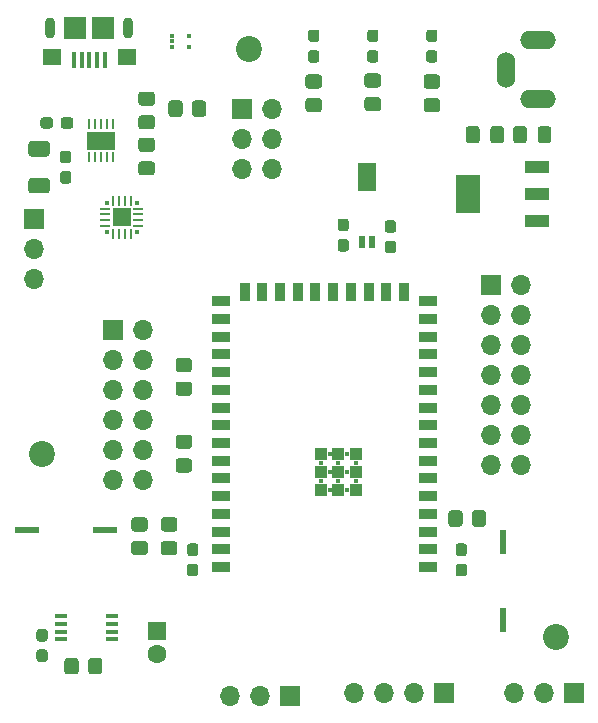
<source format=gts>
G04 #@! TF.GenerationSoftware,KiCad,Pcbnew,(5.1.10)-1*
G04 #@! TF.CreationDate,2022-03-14T11:30:17-04:00*
G04 #@! TF.ProjectId,overhead,6f766572-6865-4616-942e-6b696361645f,rev?*
G04 #@! TF.SameCoordinates,Original*
G04 #@! TF.FileFunction,Soldermask,Top*
G04 #@! TF.FilePolarity,Negative*
%FSLAX46Y46*%
G04 Gerber Fmt 4.6, Leading zero omitted, Abs format (unit mm)*
G04 Created by KiCad (PCBNEW (5.1.10)-1) date 2022-03-14 11:30:17*
%MOMM*%
%LPD*%
G01*
G04 APERTURE LIST*
%ADD10C,2.200000*%
%ADD11O,0.900000X1.800000*%
%ADD12R,1.900000X1.900000*%
%ADD13R,1.600000X1.400000*%
%ADD14R,0.400000X1.350000*%
%ADD15R,0.450000X0.300000*%
%ADD16R,1.500000X2.400000*%
%ADD17R,0.600000X1.100000*%
%ADD18R,1.100000X0.400000*%
%ADD19R,2.150000X3.250000*%
%ADD20R,2.150000X1.000000*%
%ADD21C,1.600000*%
%ADD22R,1.600000X1.600000*%
%ADD23R,2.389200X1.601800*%
%ADD24R,0.254000X0.863600*%
%ADD25R,2.108200X0.558800*%
%ADD26R,0.558800X2.108200*%
%ADD27C,0.400000*%
%ADD28R,1.000000X1.000000*%
%ADD29R,0.900000X1.500000*%
%ADD30R,1.500000X0.900000*%
%ADD31R,1.501800X1.501800*%
%ADD32R,0.812800X0.254000*%
%ADD33R,0.355600X0.355600*%
%ADD34R,0.254000X0.812800*%
%ADD35O,1.700000X1.700000*%
%ADD36R,1.700000X1.700000*%
%ADD37O,1.524000X3.048000*%
%ADD38O,3.048000X1.524000*%
G04 APERTURE END LIST*
D10*
X75500000Y-53250000D03*
X58000000Y-87500000D03*
X101500000Y-103000000D03*
D11*
X58700000Y-51500000D03*
X65300000Y-51500000D03*
D12*
X60800000Y-51500000D03*
X63200000Y-51500000D03*
D13*
X58800000Y-53950000D03*
X65200000Y-53950000D03*
D14*
X60700000Y-54175000D03*
X61350000Y-54175000D03*
X62000000Y-54175000D03*
X62650000Y-54175000D03*
X63300000Y-54175000D03*
D15*
X70400000Y-53100000D03*
X69000000Y-52600000D03*
X70400000Y-52100000D03*
X69000000Y-53100000D03*
X69000000Y-52100000D03*
D16*
X85500000Y-64050000D03*
D17*
X85950000Y-69600000D03*
X85050000Y-69600000D03*
D18*
X63900000Y-101275000D03*
X63900000Y-101925000D03*
X63900000Y-102575000D03*
X63900000Y-103225000D03*
X59600000Y-103225000D03*
X59600000Y-102575000D03*
X59600000Y-101925000D03*
X59600000Y-101275000D03*
D19*
X94100000Y-65500000D03*
D20*
X99900000Y-63200000D03*
X99900000Y-65500000D03*
X99900000Y-67800000D03*
G36*
G01*
X61100000Y-105049999D02*
X61100000Y-105950001D01*
G75*
G02*
X60850001Y-106200000I-249999J0D01*
G01*
X60149999Y-106200000D01*
G75*
G02*
X59900000Y-105950001I0J249999D01*
G01*
X59900000Y-105049999D01*
G75*
G02*
X60149999Y-104800000I249999J0D01*
G01*
X60850001Y-104800000D01*
G75*
G02*
X61100000Y-105049999I0J-249999D01*
G01*
G37*
G36*
G01*
X63100000Y-105049999D02*
X63100000Y-105950001D01*
G75*
G02*
X62850001Y-106200000I-249999J0D01*
G01*
X62149999Y-106200000D01*
G75*
G02*
X61900000Y-105950001I0J249999D01*
G01*
X61900000Y-105049999D01*
G75*
G02*
X62149999Y-104800000I249999J0D01*
G01*
X62850001Y-104800000D01*
G75*
G02*
X63100000Y-105049999I0J-249999D01*
G01*
G37*
D21*
X67750000Y-104500000D03*
D22*
X67750000Y-102500000D03*
G36*
G01*
X57099999Y-64150000D02*
X58400001Y-64150000D01*
G75*
G02*
X58650000Y-64399999I0J-249999D01*
G01*
X58650000Y-65225001D01*
G75*
G02*
X58400001Y-65475000I-249999J0D01*
G01*
X57099999Y-65475000D01*
G75*
G02*
X56850000Y-65225001I0J249999D01*
G01*
X56850000Y-64399999D01*
G75*
G02*
X57099999Y-64150000I249999J0D01*
G01*
G37*
G36*
G01*
X57099999Y-61025000D02*
X58400001Y-61025000D01*
G75*
G02*
X58650000Y-61274999I0J-249999D01*
G01*
X58650000Y-62100001D01*
G75*
G02*
X58400001Y-62350000I-249999J0D01*
G01*
X57099999Y-62350000D01*
G75*
G02*
X56850000Y-62100001I0J249999D01*
G01*
X56850000Y-61274999D01*
G75*
G02*
X57099999Y-61025000I249999J0D01*
G01*
G37*
G36*
G01*
X99950000Y-60975000D02*
X99950000Y-60025000D01*
G75*
G02*
X100200000Y-59775000I250000J0D01*
G01*
X100875000Y-59775000D01*
G75*
G02*
X101125000Y-60025000I0J-250000D01*
G01*
X101125000Y-60975000D01*
G75*
G02*
X100875000Y-61225000I-250000J0D01*
G01*
X100200000Y-61225000D01*
G75*
G02*
X99950000Y-60975000I0J250000D01*
G01*
G37*
G36*
G01*
X97875000Y-60975000D02*
X97875000Y-60025000D01*
G75*
G02*
X98125000Y-59775000I250000J0D01*
G01*
X98800000Y-59775000D01*
G75*
G02*
X99050000Y-60025000I0J-250000D01*
G01*
X99050000Y-60975000D01*
G75*
G02*
X98800000Y-61225000I-250000J0D01*
G01*
X98125000Y-61225000D01*
G75*
G02*
X97875000Y-60975000I0J250000D01*
G01*
G37*
G36*
G01*
X95950000Y-60975000D02*
X95950000Y-60025000D01*
G75*
G02*
X96200000Y-59775000I250000J0D01*
G01*
X96875000Y-59775000D01*
G75*
G02*
X97125000Y-60025000I0J-250000D01*
G01*
X97125000Y-60975000D01*
G75*
G02*
X96875000Y-61225000I-250000J0D01*
G01*
X96200000Y-61225000D01*
G75*
G02*
X95950000Y-60975000I0J250000D01*
G01*
G37*
G36*
G01*
X93875000Y-60975000D02*
X93875000Y-60025000D01*
G75*
G02*
X94125000Y-59775000I250000J0D01*
G01*
X94800000Y-59775000D01*
G75*
G02*
X95050000Y-60025000I0J-250000D01*
G01*
X95050000Y-60975000D01*
G75*
G02*
X94800000Y-61225000I-250000J0D01*
G01*
X94125000Y-61225000D01*
G75*
G02*
X93875000Y-60975000I0J250000D01*
G01*
G37*
G36*
G01*
X57762500Y-104075000D02*
X58237500Y-104075000D01*
G75*
G02*
X58475000Y-104312500I0J-237500D01*
G01*
X58475000Y-104912500D01*
G75*
G02*
X58237500Y-105150000I-237500J0D01*
G01*
X57762500Y-105150000D01*
G75*
G02*
X57525000Y-104912500I0J237500D01*
G01*
X57525000Y-104312500D01*
G75*
G02*
X57762500Y-104075000I237500J0D01*
G01*
G37*
G36*
G01*
X57762500Y-102350000D02*
X58237500Y-102350000D01*
G75*
G02*
X58475000Y-102587500I0J-237500D01*
G01*
X58475000Y-103187500D01*
G75*
G02*
X58237500Y-103425000I-237500J0D01*
G01*
X57762500Y-103425000D01*
G75*
G02*
X57525000Y-103187500I0J237500D01*
G01*
X57525000Y-102587500D01*
G75*
G02*
X57762500Y-102350000I237500J0D01*
G01*
G37*
D23*
X63000000Y-61000000D03*
D24*
X61999999Y-59577600D03*
X62500001Y-59577600D03*
X63000000Y-59577600D03*
X63499999Y-59577600D03*
X64000001Y-59577600D03*
X64000001Y-62422400D03*
X63499999Y-62422400D03*
X63000000Y-62422400D03*
X62500001Y-62422400D03*
X61999999Y-62422400D03*
D25*
X56699300Y-94000000D03*
X63300700Y-94000000D03*
D26*
X97000000Y-94949300D03*
X97000000Y-101550700D03*
D27*
X82340000Y-87550000D03*
X83840000Y-87550000D03*
X82340000Y-89050000D03*
X83840000Y-89050000D03*
X82340000Y-90550000D03*
X83840000Y-90550000D03*
X81590000Y-88300000D03*
X83090000Y-88300000D03*
X84590000Y-88300000D03*
X81590000Y-89800000D03*
X84590000Y-89800000D03*
X83090000Y-89800000D03*
D28*
X81590000Y-90550000D03*
X83090000Y-90550000D03*
X84590000Y-90550000D03*
X81590000Y-87550000D03*
X83090000Y-87550000D03*
X84590000Y-87550000D03*
X81590000Y-89050000D03*
X84590000Y-89050000D03*
D29*
X75150000Y-73850000D03*
X76650000Y-73850000D03*
X78150000Y-73850000D03*
X79650000Y-73850000D03*
X81150000Y-73850000D03*
X82650000Y-73850000D03*
X84150000Y-73850000D03*
X85650000Y-73850000D03*
X87150000Y-73850000D03*
X88650000Y-73850000D03*
D30*
X73150000Y-74600000D03*
X73150000Y-76100000D03*
X73150000Y-77600000D03*
X73150000Y-79100000D03*
X73150000Y-80600000D03*
X73150000Y-82100000D03*
X73150000Y-83600000D03*
X73150000Y-85100000D03*
X73150000Y-86600000D03*
X73150000Y-88100000D03*
X73150000Y-89600000D03*
X73150000Y-91100000D03*
X73150000Y-92600000D03*
X73150000Y-94100000D03*
X73150000Y-95600000D03*
X73150000Y-97100000D03*
X90650000Y-74600000D03*
X90650000Y-76100000D03*
X90650000Y-77600000D03*
X90650000Y-79100000D03*
X90650000Y-80600000D03*
X90650000Y-82100000D03*
X90650000Y-83600000D03*
X90650000Y-85100000D03*
X90650000Y-86600000D03*
X90650000Y-88100000D03*
X90650000Y-89600000D03*
X90650000Y-91100000D03*
X90650000Y-92600000D03*
X90650000Y-94100000D03*
X90650000Y-95600000D03*
X90650000Y-97100000D03*
D28*
X83090000Y-89050000D03*
D31*
X64750000Y-67500000D03*
D32*
X63353000Y-68250001D03*
X63353000Y-67750000D03*
X63353000Y-67250000D03*
X63353000Y-66749999D03*
D33*
X63499050Y-66249050D03*
D34*
X63999999Y-66103000D03*
X64500000Y-66103000D03*
X65000000Y-66103000D03*
X65500001Y-66103000D03*
D33*
X66000950Y-66249050D03*
D32*
X66147000Y-66749999D03*
X66147000Y-67250000D03*
X66147000Y-67750000D03*
X66147000Y-68250001D03*
D33*
X66000950Y-68750950D03*
D34*
X65500001Y-68897000D03*
X65000000Y-68897000D03*
X64500000Y-68897000D03*
X63999999Y-68897000D03*
D33*
X63499050Y-68750950D03*
G36*
G01*
X70450001Y-87100000D02*
X69549999Y-87100000D01*
G75*
G02*
X69300000Y-86850001I0J249999D01*
G01*
X69300000Y-86149999D01*
G75*
G02*
X69549999Y-85900000I249999J0D01*
G01*
X70450001Y-85900000D01*
G75*
G02*
X70700000Y-86149999I0J-249999D01*
G01*
X70700000Y-86850001D01*
G75*
G02*
X70450001Y-87100000I-249999J0D01*
G01*
G37*
G36*
G01*
X70450001Y-89100000D02*
X69549999Y-89100000D01*
G75*
G02*
X69300000Y-88850001I0J249999D01*
G01*
X69300000Y-88149999D01*
G75*
G02*
X69549999Y-87900000I249999J0D01*
G01*
X70450001Y-87900000D01*
G75*
G02*
X70700000Y-88149999I0J-249999D01*
G01*
X70700000Y-88850001D01*
G75*
G02*
X70450001Y-89100000I-249999J0D01*
G01*
G37*
G36*
G01*
X70450001Y-80600000D02*
X69549999Y-80600000D01*
G75*
G02*
X69300000Y-80350001I0J249999D01*
G01*
X69300000Y-79649999D01*
G75*
G02*
X69549999Y-79400000I249999J0D01*
G01*
X70450001Y-79400000D01*
G75*
G02*
X70700000Y-79649999I0J-249999D01*
G01*
X70700000Y-80350001D01*
G75*
G02*
X70450001Y-80600000I-249999J0D01*
G01*
G37*
G36*
G01*
X70450001Y-82600000D02*
X69549999Y-82600000D01*
G75*
G02*
X69300000Y-82350001I0J249999D01*
G01*
X69300000Y-81649999D01*
G75*
G02*
X69549999Y-81400000I249999J0D01*
G01*
X70450001Y-81400000D01*
G75*
G02*
X70700000Y-81649999I0J-249999D01*
G01*
X70700000Y-82350001D01*
G75*
G02*
X70450001Y-82600000I-249999J0D01*
G01*
G37*
G36*
G01*
X94400000Y-93450001D02*
X94400000Y-92549999D01*
G75*
G02*
X94649999Y-92300000I249999J0D01*
G01*
X95350001Y-92300000D01*
G75*
G02*
X95600000Y-92549999I0J-249999D01*
G01*
X95600000Y-93450001D01*
G75*
G02*
X95350001Y-93700000I-249999J0D01*
G01*
X94649999Y-93700000D01*
G75*
G02*
X94400000Y-93450001I0J249999D01*
G01*
G37*
G36*
G01*
X92400000Y-93450001D02*
X92400000Y-92549999D01*
G75*
G02*
X92649999Y-92300000I249999J0D01*
G01*
X93350001Y-92300000D01*
G75*
G02*
X93600000Y-92549999I0J-249999D01*
G01*
X93600000Y-93450001D01*
G75*
G02*
X93350001Y-93700000I-249999J0D01*
G01*
X92649999Y-93700000D01*
G75*
G02*
X92400000Y-93450001I0J249999D01*
G01*
G37*
G36*
G01*
X66399999Y-62750000D02*
X67300001Y-62750000D01*
G75*
G02*
X67550000Y-62999999I0J-249999D01*
G01*
X67550000Y-63700001D01*
G75*
G02*
X67300001Y-63950000I-249999J0D01*
G01*
X66399999Y-63950000D01*
G75*
G02*
X66150000Y-63700001I0J249999D01*
G01*
X66150000Y-62999999D01*
G75*
G02*
X66399999Y-62750000I249999J0D01*
G01*
G37*
G36*
G01*
X66399999Y-60750000D02*
X67300001Y-60750000D01*
G75*
G02*
X67550000Y-60999999I0J-249999D01*
G01*
X67550000Y-61700001D01*
G75*
G02*
X67300001Y-61950000I-249999J0D01*
G01*
X66399999Y-61950000D01*
G75*
G02*
X66150000Y-61700001I0J249999D01*
G01*
X66150000Y-60999999D01*
G75*
G02*
X66399999Y-60750000I249999J0D01*
G01*
G37*
G36*
G01*
X66399999Y-58850000D02*
X67300001Y-58850000D01*
G75*
G02*
X67550000Y-59099999I0J-249999D01*
G01*
X67550000Y-59800001D01*
G75*
G02*
X67300001Y-60050000I-249999J0D01*
G01*
X66399999Y-60050000D01*
G75*
G02*
X66150000Y-59800001I0J249999D01*
G01*
X66150000Y-59099999D01*
G75*
G02*
X66399999Y-58850000I249999J0D01*
G01*
G37*
G36*
G01*
X66399999Y-56850000D02*
X67300001Y-56850000D01*
G75*
G02*
X67550000Y-57099999I0J-249999D01*
G01*
X67550000Y-57800001D01*
G75*
G02*
X67300001Y-58050000I-249999J0D01*
G01*
X66399999Y-58050000D01*
G75*
G02*
X66150000Y-57800001I0J249999D01*
G01*
X66150000Y-57099999D01*
G75*
G02*
X66399999Y-56850000I249999J0D01*
G01*
G37*
G36*
G01*
X69900000Y-57849999D02*
X69900000Y-58750001D01*
G75*
G02*
X69650001Y-59000000I-249999J0D01*
G01*
X68949999Y-59000000D01*
G75*
G02*
X68700000Y-58750001I0J249999D01*
G01*
X68700000Y-57849999D01*
G75*
G02*
X68949999Y-57600000I249999J0D01*
G01*
X69650001Y-57600000D01*
G75*
G02*
X69900000Y-57849999I0J-249999D01*
G01*
G37*
G36*
G01*
X71900000Y-57849999D02*
X71900000Y-58750001D01*
G75*
G02*
X71650001Y-59000000I-249999J0D01*
G01*
X70949999Y-59000000D01*
G75*
G02*
X70700000Y-58750001I0J249999D01*
G01*
X70700000Y-57849999D01*
G75*
G02*
X70949999Y-57600000I249999J0D01*
G01*
X71650001Y-57600000D01*
G75*
G02*
X71900000Y-57849999I0J-249999D01*
G01*
G37*
G36*
G01*
X81450001Y-56600000D02*
X80549999Y-56600000D01*
G75*
G02*
X80300000Y-56350001I0J249999D01*
G01*
X80300000Y-55649999D01*
G75*
G02*
X80549999Y-55400000I249999J0D01*
G01*
X81450001Y-55400000D01*
G75*
G02*
X81700000Y-55649999I0J-249999D01*
G01*
X81700000Y-56350001D01*
G75*
G02*
X81450001Y-56600000I-249999J0D01*
G01*
G37*
G36*
G01*
X81450001Y-58600000D02*
X80549999Y-58600000D01*
G75*
G02*
X80300000Y-58350001I0J249999D01*
G01*
X80300000Y-57649999D01*
G75*
G02*
X80549999Y-57400000I249999J0D01*
G01*
X81450001Y-57400000D01*
G75*
G02*
X81700000Y-57649999I0J-249999D01*
G01*
X81700000Y-58350001D01*
G75*
G02*
X81450001Y-58600000I-249999J0D01*
G01*
G37*
G36*
G01*
X86450001Y-56512500D02*
X85549999Y-56512500D01*
G75*
G02*
X85300000Y-56262501I0J249999D01*
G01*
X85300000Y-55562499D01*
G75*
G02*
X85549999Y-55312500I249999J0D01*
G01*
X86450001Y-55312500D01*
G75*
G02*
X86700000Y-55562499I0J-249999D01*
G01*
X86700000Y-56262501D01*
G75*
G02*
X86450001Y-56512500I-249999J0D01*
G01*
G37*
G36*
G01*
X86450001Y-58512500D02*
X85549999Y-58512500D01*
G75*
G02*
X85300000Y-58262501I0J249999D01*
G01*
X85300000Y-57562499D01*
G75*
G02*
X85549999Y-57312500I249999J0D01*
G01*
X86450001Y-57312500D01*
G75*
G02*
X86700000Y-57562499I0J-249999D01*
G01*
X86700000Y-58262501D01*
G75*
G02*
X86450001Y-58512500I-249999J0D01*
G01*
G37*
G36*
G01*
X91450001Y-56600000D02*
X90549999Y-56600000D01*
G75*
G02*
X90300000Y-56350001I0J249999D01*
G01*
X90300000Y-55649999D01*
G75*
G02*
X90549999Y-55400000I249999J0D01*
G01*
X91450001Y-55400000D01*
G75*
G02*
X91700000Y-55649999I0J-249999D01*
G01*
X91700000Y-56350001D01*
G75*
G02*
X91450001Y-56600000I-249999J0D01*
G01*
G37*
G36*
G01*
X91450001Y-58600000D02*
X90549999Y-58600000D01*
G75*
G02*
X90300000Y-58350001I0J249999D01*
G01*
X90300000Y-57649999D01*
G75*
G02*
X90549999Y-57400000I249999J0D01*
G01*
X91450001Y-57400000D01*
G75*
G02*
X91700000Y-57649999I0J-249999D01*
G01*
X91700000Y-58350001D01*
G75*
G02*
X91450001Y-58600000I-249999J0D01*
G01*
G37*
G36*
G01*
X68299999Y-94900000D02*
X69200001Y-94900000D01*
G75*
G02*
X69450000Y-95149999I0J-249999D01*
G01*
X69450000Y-95850001D01*
G75*
G02*
X69200001Y-96100000I-249999J0D01*
G01*
X68299999Y-96100000D01*
G75*
G02*
X68050000Y-95850001I0J249999D01*
G01*
X68050000Y-95149999D01*
G75*
G02*
X68299999Y-94900000I249999J0D01*
G01*
G37*
G36*
G01*
X68299999Y-92900000D02*
X69200001Y-92900000D01*
G75*
G02*
X69450000Y-93149999I0J-249999D01*
G01*
X69450000Y-93850001D01*
G75*
G02*
X69200001Y-94100000I-249999J0D01*
G01*
X68299999Y-94100000D01*
G75*
G02*
X68050000Y-93850001I0J249999D01*
G01*
X68050000Y-93149999D01*
G75*
G02*
X68299999Y-92900000I249999J0D01*
G01*
G37*
G36*
G01*
X65799999Y-94900000D02*
X66700001Y-94900000D01*
G75*
G02*
X66950000Y-95149999I0J-249999D01*
G01*
X66950000Y-95850001D01*
G75*
G02*
X66700001Y-96100000I-249999J0D01*
G01*
X65799999Y-96100000D01*
G75*
G02*
X65550000Y-95850001I0J249999D01*
G01*
X65550000Y-95149999D01*
G75*
G02*
X65799999Y-94900000I249999J0D01*
G01*
G37*
G36*
G01*
X65799999Y-92900000D02*
X66700001Y-92900000D01*
G75*
G02*
X66950000Y-93149999I0J-249999D01*
G01*
X66950000Y-93850001D01*
G75*
G02*
X66700001Y-94100000I-249999J0D01*
G01*
X65799999Y-94100000D01*
G75*
G02*
X65550000Y-93850001I0J249999D01*
G01*
X65550000Y-93149999D01*
G75*
G02*
X65799999Y-92900000I249999J0D01*
G01*
G37*
D35*
X77440000Y-63380000D03*
X74900000Y-63380000D03*
X77440000Y-60840000D03*
X74900000Y-60840000D03*
X77440000Y-58300000D03*
D36*
X74900000Y-58300000D03*
G36*
G01*
X80762500Y-53350000D02*
X81237500Y-53350000D01*
G75*
G02*
X81475000Y-53587500I0J-237500D01*
G01*
X81475000Y-54162500D01*
G75*
G02*
X81237500Y-54400000I-237500J0D01*
G01*
X80762500Y-54400000D01*
G75*
G02*
X80525000Y-54162500I0J237500D01*
G01*
X80525000Y-53587500D01*
G75*
G02*
X80762500Y-53350000I237500J0D01*
G01*
G37*
G36*
G01*
X80762500Y-51600000D02*
X81237500Y-51600000D01*
G75*
G02*
X81475000Y-51837500I0J-237500D01*
G01*
X81475000Y-52412500D01*
G75*
G02*
X81237500Y-52650000I-237500J0D01*
G01*
X80762500Y-52650000D01*
G75*
G02*
X80525000Y-52412500I0J237500D01*
G01*
X80525000Y-51837500D01*
G75*
G02*
X80762500Y-51600000I237500J0D01*
G01*
G37*
G36*
G01*
X85762500Y-53350000D02*
X86237500Y-53350000D01*
G75*
G02*
X86475000Y-53587500I0J-237500D01*
G01*
X86475000Y-54162500D01*
G75*
G02*
X86237500Y-54400000I-237500J0D01*
G01*
X85762500Y-54400000D01*
G75*
G02*
X85525000Y-54162500I0J237500D01*
G01*
X85525000Y-53587500D01*
G75*
G02*
X85762500Y-53350000I237500J0D01*
G01*
G37*
G36*
G01*
X85762500Y-51600000D02*
X86237500Y-51600000D01*
G75*
G02*
X86475000Y-51837500I0J-237500D01*
G01*
X86475000Y-52412500D01*
G75*
G02*
X86237500Y-52650000I-237500J0D01*
G01*
X85762500Y-52650000D01*
G75*
G02*
X85525000Y-52412500I0J237500D01*
G01*
X85525000Y-51837500D01*
G75*
G02*
X85762500Y-51600000I237500J0D01*
G01*
G37*
G36*
G01*
X90762500Y-53350000D02*
X91237500Y-53350000D01*
G75*
G02*
X91475000Y-53587500I0J-237500D01*
G01*
X91475000Y-54162500D01*
G75*
G02*
X91237500Y-54400000I-237500J0D01*
G01*
X90762500Y-54400000D01*
G75*
G02*
X90525000Y-54162500I0J237500D01*
G01*
X90525000Y-53587500D01*
G75*
G02*
X90762500Y-53350000I237500J0D01*
G01*
G37*
G36*
G01*
X90762500Y-51600000D02*
X91237500Y-51600000D01*
G75*
G02*
X91475000Y-51837500I0J-237500D01*
G01*
X91475000Y-52412500D01*
G75*
G02*
X91237500Y-52650000I-237500J0D01*
G01*
X90762500Y-52650000D01*
G75*
G02*
X90525000Y-52412500I0J237500D01*
G01*
X90525000Y-51837500D01*
G75*
G02*
X90762500Y-51600000I237500J0D01*
G01*
G37*
G36*
G01*
X59762500Y-63575000D02*
X60237500Y-63575000D01*
G75*
G02*
X60475000Y-63812500I0J-237500D01*
G01*
X60475000Y-64412500D01*
G75*
G02*
X60237500Y-64650000I-237500J0D01*
G01*
X59762500Y-64650000D01*
G75*
G02*
X59525000Y-64412500I0J237500D01*
G01*
X59525000Y-63812500D01*
G75*
G02*
X59762500Y-63575000I237500J0D01*
G01*
G37*
G36*
G01*
X59762500Y-61850000D02*
X60237500Y-61850000D01*
G75*
G02*
X60475000Y-62087500I0J-237500D01*
G01*
X60475000Y-62687500D01*
G75*
G02*
X60237500Y-62925000I-237500J0D01*
G01*
X59762500Y-62925000D01*
G75*
G02*
X59525000Y-62687500I0J237500D01*
G01*
X59525000Y-62087500D01*
G75*
G02*
X59762500Y-61850000I237500J0D01*
G01*
G37*
G36*
G01*
X58925000Y-59262500D02*
X58925000Y-59737500D01*
G75*
G02*
X58687500Y-59975000I-237500J0D01*
G01*
X58087500Y-59975000D01*
G75*
G02*
X57850000Y-59737500I0J237500D01*
G01*
X57850000Y-59262500D01*
G75*
G02*
X58087500Y-59025000I237500J0D01*
G01*
X58687500Y-59025000D01*
G75*
G02*
X58925000Y-59262500I0J-237500D01*
G01*
G37*
G36*
G01*
X60650000Y-59262500D02*
X60650000Y-59737500D01*
G75*
G02*
X60412500Y-59975000I-237500J0D01*
G01*
X59812500Y-59975000D01*
G75*
G02*
X59575000Y-59737500I0J237500D01*
G01*
X59575000Y-59262500D01*
G75*
G02*
X59812500Y-59025000I237500J0D01*
G01*
X60412500Y-59025000D01*
G75*
G02*
X60650000Y-59262500I0J-237500D01*
G01*
G37*
G36*
G01*
X93737500Y-96175000D02*
X93262500Y-96175000D01*
G75*
G02*
X93025000Y-95937500I0J237500D01*
G01*
X93025000Y-95337500D01*
G75*
G02*
X93262500Y-95100000I237500J0D01*
G01*
X93737500Y-95100000D01*
G75*
G02*
X93975000Y-95337500I0J-237500D01*
G01*
X93975000Y-95937500D01*
G75*
G02*
X93737500Y-96175000I-237500J0D01*
G01*
G37*
G36*
G01*
X93737500Y-97900000D02*
X93262500Y-97900000D01*
G75*
G02*
X93025000Y-97662500I0J237500D01*
G01*
X93025000Y-97062500D01*
G75*
G02*
X93262500Y-96825000I237500J0D01*
G01*
X93737500Y-96825000D01*
G75*
G02*
X93975000Y-97062500I0J-237500D01*
G01*
X93975000Y-97662500D01*
G75*
G02*
X93737500Y-97900000I-237500J0D01*
G01*
G37*
G36*
G01*
X70512500Y-96825000D02*
X70987500Y-96825000D01*
G75*
G02*
X71225000Y-97062500I0J-237500D01*
G01*
X71225000Y-97662500D01*
G75*
G02*
X70987500Y-97900000I-237500J0D01*
G01*
X70512500Y-97900000D01*
G75*
G02*
X70275000Y-97662500I0J237500D01*
G01*
X70275000Y-97062500D01*
G75*
G02*
X70512500Y-96825000I237500J0D01*
G01*
G37*
G36*
G01*
X70512500Y-95100000D02*
X70987500Y-95100000D01*
G75*
G02*
X71225000Y-95337500I0J-237500D01*
G01*
X71225000Y-95937500D01*
G75*
G02*
X70987500Y-96175000I-237500J0D01*
G01*
X70512500Y-96175000D01*
G75*
G02*
X70275000Y-95937500I0J237500D01*
G01*
X70275000Y-95337500D01*
G75*
G02*
X70512500Y-95100000I237500J0D01*
G01*
G37*
G36*
G01*
X83737500Y-68675000D02*
X83262500Y-68675000D01*
G75*
G02*
X83025000Y-68437500I0J237500D01*
G01*
X83025000Y-67837500D01*
G75*
G02*
X83262500Y-67600000I237500J0D01*
G01*
X83737500Y-67600000D01*
G75*
G02*
X83975000Y-67837500I0J-237500D01*
G01*
X83975000Y-68437500D01*
G75*
G02*
X83737500Y-68675000I-237500J0D01*
G01*
G37*
G36*
G01*
X83737500Y-70400000D02*
X83262500Y-70400000D01*
G75*
G02*
X83025000Y-70162500I0J237500D01*
G01*
X83025000Y-69562500D01*
G75*
G02*
X83262500Y-69325000I237500J0D01*
G01*
X83737500Y-69325000D01*
G75*
G02*
X83975000Y-69562500I0J-237500D01*
G01*
X83975000Y-70162500D01*
G75*
G02*
X83737500Y-70400000I-237500J0D01*
G01*
G37*
G36*
G01*
X87737500Y-68812500D02*
X87262500Y-68812500D01*
G75*
G02*
X87025000Y-68575000I0J237500D01*
G01*
X87025000Y-67975000D01*
G75*
G02*
X87262500Y-67737500I237500J0D01*
G01*
X87737500Y-67737500D01*
G75*
G02*
X87975000Y-67975000I0J-237500D01*
G01*
X87975000Y-68575000D01*
G75*
G02*
X87737500Y-68812500I-237500J0D01*
G01*
G37*
G36*
G01*
X87737500Y-70537500D02*
X87262500Y-70537500D01*
G75*
G02*
X87025000Y-70300000I0J237500D01*
G01*
X87025000Y-69700000D01*
G75*
G02*
X87262500Y-69462500I237500J0D01*
G01*
X87737500Y-69462500D01*
G75*
G02*
X87975000Y-69700000I0J-237500D01*
G01*
X87975000Y-70300000D01*
G75*
G02*
X87737500Y-70537500I-237500J0D01*
G01*
G37*
D35*
X66540000Y-89700000D03*
X64000000Y-89700000D03*
X66540000Y-87160000D03*
X64000000Y-87160000D03*
X66540000Y-84620000D03*
X64000000Y-84620000D03*
X66540000Y-82080000D03*
X64000000Y-82080000D03*
X66540000Y-79540000D03*
X64000000Y-79540000D03*
X66540000Y-77000000D03*
D36*
X64000000Y-77000000D03*
D35*
X57300000Y-72680000D03*
X57300000Y-70140000D03*
D36*
X57300000Y-67600000D03*
D35*
X97920000Y-107750000D03*
X100460000Y-107750000D03*
D36*
X103000000Y-107750000D03*
D35*
X73920000Y-108000000D03*
X76460000Y-108000000D03*
D36*
X79000000Y-108000000D03*
D35*
X98540000Y-88490000D03*
X96000000Y-88490000D03*
X98540000Y-85950000D03*
X96000000Y-85950000D03*
X98540000Y-83410000D03*
X96000000Y-83410000D03*
X98540000Y-80870000D03*
X96000000Y-80870000D03*
X98540000Y-78330000D03*
X96000000Y-78330000D03*
X98540000Y-75790000D03*
X96000000Y-75790000D03*
X98540000Y-73250000D03*
D36*
X96000000Y-73250000D03*
D35*
X84380000Y-107750000D03*
X86920000Y-107750000D03*
X89460000Y-107750000D03*
D36*
X92000000Y-107750000D03*
D37*
X97300000Y-55000000D03*
D38*
X100000000Y-52500000D03*
X100000000Y-57500000D03*
M02*

</source>
